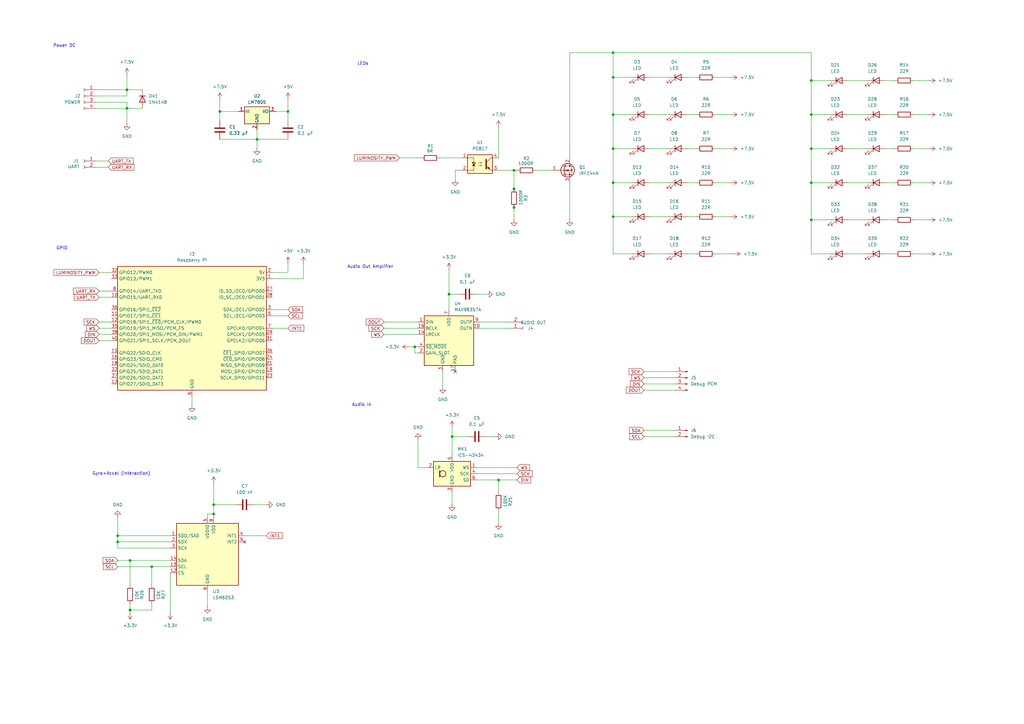
<source format=kicad_sch>
(kicad_sch (version 20250114) (generator "eeschema") (generator_version "9.0")
  (paper "A3")
  (text "Audio Out Amplifier" (at 151.892 109.474 0) (effects (font (size 1.27 1.27))))
  (text "Power DC" (at 26.416 18.796 0) (effects (font (size 1.27 1.27))))
  (text "Gyro+Accel (Interaction)" (at 49.784 194.31 0) (effects (font (size 1.27 1.27))))
  (text "Audio In" (at 148.336 166.116 0) (effects (font (size 1.27 1.27))))
  (text "LEDs" (at 148.844 26.162 0) (effects (font (size 1.27 1.27))))
  (text "GPIO" (at 25.4 101.854 0) (effects (font (size 1.27 1.27))))
  (junction (at 210.82 69.85))
  (junction (at 48.26 222.25))
  (junction (at 52.07 44.45))
  (junction (at 210.82 77.47))
  (junction (at 53.34 229.87))
  (junction (at 251.46 31.75))
  (junction (at 184.15 120.65))
  (junction (at 251.46 88.9))
  (junction (at 251.46 60.96))
  (junction (at 332.74 74.93))
  (junction (at 118.11 45.72))
  (junction (at 332.74 46.99))
  (junction (at 210.82 85.09))
  (junction (at 332.74 60.96))
  (junction (at 87.63 207.01))
  (junction (at 332.74 33.02))
  (junction (at 53.34 250.19))
  (junction (at 251.46 21.59))
  (junction (at 251.46 46.99))
  (junction (at 48.26 219.71))
  (junction (at 185.42 179.07))
  (junction (at 52.07 36.83))
  (junction (at 62.23 232.41))
  (junction (at 332.74 90.17))
  (junction (at 90.17 45.72))
  (junction (at 170.18 142.24))
  (junction (at 105.41 57.15))
  (junction (at 87.63 210.82))
  (junction (at 251.46 74.93))
  (junction (at 204.47 196.85))
  (no_connect (at 186.69 152.4))
  (no_connect (at 100.33 222.25))
  (wire (pts (xy 332.74 60.96) (xy 332.74 74.93)))
  (wire (pts (xy 264.16 154.94) (xy 276.86 154.94)))
  (wire (pts (xy 184.15 110.49) (xy 184.15 120.65)))
  (wire (pts (xy 186.69 69.85) (xy 189.23 69.85)))
  (wire (pts (xy 185.42 201.93) (xy 185.42 207.01)))
  (wire (pts (xy 204.47 52.07) (xy 204.47 64.77)))
  (wire (pts (xy 332.74 33.02) (xy 340.36 33.02)))
  (wire (pts (xy 195.58 194.31) (xy 212.09 194.31)))
  (wire (pts (xy 264.16 157.48) (xy 276.86 157.48)))
  (wire (pts (xy 363.22 90.17) (xy 367.03 90.17)))
  (wire (pts (xy 219.71 69.85) (xy 226.06 69.85)))
  (wire (pts (xy 48.26 229.87) (xy 53.34 229.87)))
  (wire (pts (xy 90.17 45.72) (xy 97.79 45.72)))
  (wire (pts (xy 52.07 44.45) (xy 52.07 50.8)))
  (wire (pts (xy 87.63 198.12) (xy 87.63 207.01)))
  (wire (pts (xy 374.65 90.17) (xy 381 90.17)))
  (wire (pts (xy 185.42 179.07) (xy 185.42 186.69)))
  (wire (pts (xy 332.74 60.96) (xy 340.36 60.96)))
  (wire (pts (xy 40.64 134.62) (xy 45.72 134.62)))
  (wire (pts (xy 347.98 33.02) (xy 355.6 33.02)))
  (wire (pts (xy 52.07 30.48) (xy 52.07 36.83)))
  (wire (pts (xy 104.14 207.01) (xy 109.22 207.01)))
  (wire (pts (xy 281.94 31.75) (xy 285.75 31.75)))
  (wire (pts (xy 293.37 104.14) (xy 300.99 104.14)))
  (wire (pts (xy 363.22 60.96) (xy 367.03 60.96)))
  (wire (pts (xy 259.08 88.9) (xy 251.46 88.9)))
  (wire (pts (xy 210.82 77.47) (xy 210.82 78.74)))
  (wire (pts (xy 167.64 142.24) (xy 170.18 142.24)))
  (wire (pts (xy 251.46 60.96) (xy 251.46 74.93)))
  (wire (pts (xy 111.76 111.76) (xy 118.11 111.76)))
  (wire (pts (xy 171.45 144.78) (xy 170.18 144.78)))
  (wire (pts (xy 170.18 142.24) (xy 171.45 142.24)))
  (wire (pts (xy 48.26 222.25) (xy 48.26 224.79)))
  (wire (pts (xy 293.37 88.9) (xy 299.72 88.9)))
  (wire (pts (xy 363.22 104.14) (xy 367.03 104.14)))
  (wire (pts (xy 332.74 46.99) (xy 332.74 60.96)))
  (wire (pts (xy 40.64 111.76) (xy 45.72 111.76)))
  (wire (pts (xy 363.22 46.99) (xy 367.03 46.99)))
  (wire (pts (xy 210.82 85.09) (xy 210.82 90.17)))
  (wire (pts (xy 259.08 31.75) (xy 251.46 31.75)))
  (wire (pts (xy 210.82 69.85) (xy 212.09 69.85)))
  (wire (pts (xy 251.46 74.93) (xy 251.46 88.9)))
  (wire (pts (xy 332.74 21.59) (xy 332.74 33.02)))
  (wire (pts (xy 39.37 41.91) (xy 52.07 41.91)))
  (wire (pts (xy 85.09 210.82) (xy 87.63 210.82)))
  (wire (pts (xy 62.23 250.19) (xy 53.34 250.19)))
  (wire (pts (xy 48.26 222.25) (xy 69.85 222.25)))
  (wire (pts (xy 264.16 152.4) (xy 276.86 152.4)))
  (wire (pts (xy 157.48 134.62) (xy 171.45 134.62)))
  (wire (pts (xy 281.94 46.99) (xy 285.75 46.99)))
  (wire (pts (xy 204.47 209.55) (xy 204.47 214.63)))
  (wire (pts (xy 210.82 83.82) (xy 210.82 85.09)))
  (wire (pts (xy 347.98 104.14) (xy 355.6 104.14)))
  (wire (pts (xy 374.65 74.93) (xy 381 74.93)))
  (wire (pts (xy 184.15 120.65) (xy 187.96 120.65)))
  (wire (pts (xy 40.64 121.92) (xy 45.72 121.92)))
  (wire (pts (xy 111.76 129.54) (xy 118.11 129.54)))
  (wire (pts (xy 259.08 74.93) (xy 251.46 74.93)))
  (wire (pts (xy 266.7 46.99) (xy 274.32 46.99)))
  (wire (pts (xy 40.64 119.38) (xy 45.72 119.38)))
  (wire (pts (xy 332.74 33.02) (xy 332.74 46.99)))
  (wire (pts (xy 281.94 104.14) (xy 285.75 104.14)))
  (wire (pts (xy 52.07 41.91) (xy 52.07 44.45)))
  (wire (pts (xy 264.16 160.02) (xy 276.86 160.02)))
  (wire (pts (xy 210.82 69.85) (xy 210.82 77.47)))
  (wire (pts (xy 251.46 21.59) (xy 251.46 31.75)))
  (wire (pts (xy 281.94 74.93) (xy 285.75 74.93)))
  (wire (pts (xy 118.11 45.72) (xy 118.11 49.53)))
  (wire (pts (xy 39.37 36.83) (xy 52.07 36.83)))
  (wire (pts (xy 48.26 224.79) (xy 69.85 224.79)))
  (wire (pts (xy 266.7 88.9) (xy 274.32 88.9)))
  (wire (pts (xy 69.85 234.95) (xy 69.85 251.46)))
  (wire (pts (xy 293.37 31.75) (xy 299.72 31.75)))
  (wire (pts (xy 374.65 60.96) (xy 381 60.96)))
  (wire (pts (xy 332.74 90.17) (xy 340.36 90.17)))
  (wire (pts (xy 264.16 179.07) (xy 276.86 179.07)))
  (wire (pts (xy 105.41 53.34) (xy 105.41 57.15)))
  (wire (pts (xy 62.23 232.41) (xy 69.85 232.41)))
  (wire (pts (xy 186.69 73.66) (xy 186.69 69.85)))
  (wire (pts (xy 105.41 57.15) (xy 118.11 57.15)))
  (wire (pts (xy 111.76 134.62) (xy 118.11 134.62)))
  (wire (pts (xy 332.74 90.17) (xy 332.74 104.14)))
  (wire (pts (xy 251.46 21.59) (xy 332.74 21.59)))
  (wire (pts (xy 332.74 46.99) (xy 340.36 46.99)))
  (wire (pts (xy 48.26 232.41) (xy 62.23 232.41)))
  (wire (pts (xy 100.33 219.71) (xy 109.22 219.71)))
  (wire (pts (xy 204.47 69.85) (xy 210.82 69.85)))
  (wire (pts (xy 195.58 191.77) (xy 212.09 191.77)))
  (wire (pts (xy 293.37 60.96) (xy 299.72 60.96)))
  (wire (pts (xy 185.42 179.07) (xy 191.77 179.07)))
  (wire (pts (xy 332.74 104.14) (xy 340.36 104.14)))
  (wire (pts (xy 85.09 242.57) (xy 85.09 248.92)))
  (wire (pts (xy 259.08 60.96) (xy 251.46 60.96)))
  (wire (pts (xy 266.7 104.14) (xy 274.32 104.14)))
  (wire (pts (xy 195.58 196.85) (xy 204.47 196.85)))
  (wire (pts (xy 39.37 44.45) (xy 52.07 44.45)))
  (wire (pts (xy 111.76 127) (xy 118.11 127)))
  (wire (pts (xy 48.26 212.09) (xy 48.26 219.71)))
  (wire (pts (xy 87.63 207.01) (xy 87.63 210.82)))
  (wire (pts (xy 251.46 88.9) (xy 251.46 104.14)))
  (wire (pts (xy 62.23 232.41) (xy 62.23 240.03)))
  (wire (pts (xy 40.64 139.7) (xy 45.72 139.7)))
  (wire (pts (xy 78.74 162.56) (xy 78.74 166.37)))
  (wire (pts (xy 347.98 46.99) (xy 355.6 46.99)))
  (wire (pts (xy 53.34 229.87) (xy 53.34 240.03)))
  (wire (pts (xy 374.65 46.99) (xy 381 46.99)))
  (wire (pts (xy 185.42 175.26) (xy 185.42 179.07)))
  (wire (pts (xy 90.17 40.64) (xy 90.17 45.72)))
  (wire (pts (xy 171.45 191.77) (xy 171.45 180.34)))
  (wire (pts (xy 266.7 60.96) (xy 274.32 60.96)))
  (wire (pts (xy 347.98 60.96) (xy 355.6 60.96)))
  (wire (pts (xy 281.94 88.9) (xy 285.75 88.9)))
  (wire (pts (xy 184.15 120.65) (xy 184.15 127)))
  (wire (pts (xy 363.22 33.02) (xy 367.03 33.02)))
  (wire (pts (xy 53.34 250.19) (xy 53.34 247.65)))
  (wire (pts (xy 48.26 219.71) (xy 69.85 219.71)))
  (wire (pts (xy 96.52 207.01) (xy 87.63 207.01)))
  (wire (pts (xy 196.85 132.08) (xy 209.55 132.08)))
  (wire (pts (xy 196.85 134.62) (xy 209.55 134.62)))
  (wire (pts (xy 85.09 212.09) (xy 85.09 210.82)))
  (wire (pts (xy 363.22 74.93) (xy 367.03 74.93)))
  (wire (pts (xy 170.18 144.78) (xy 170.18 142.24)))
  (wire (pts (xy 90.17 45.72) (xy 90.17 49.53)))
  (wire (pts (xy 40.64 137.16) (xy 45.72 137.16)))
  (wire (pts (xy 62.23 247.65) (xy 62.23 250.19)))
  (wire (pts (xy 53.34 251.46) (xy 53.34 250.19)))
  (wire (pts (xy 180.34 64.77) (xy 189.23 64.77)))
  (wire (pts (xy 293.37 74.93) (xy 299.72 74.93)))
  (wire (pts (xy 118.11 111.76) (xy 118.11 107.95)))
  (wire (pts (xy 266.7 74.93) (xy 274.32 74.93)))
  (wire (pts (xy 163.83 64.77) (xy 172.72 64.77)))
  (wire (pts (xy 374.65 33.02) (xy 381 33.02)))
  (wire (pts (xy 204.47 196.85) (xy 212.09 196.85)))
  (wire (pts (xy 204.47 196.85) (xy 204.47 201.93)))
  (wire (pts (xy 233.68 74.93) (xy 233.68 90.17)))
  (wire (pts (xy 251.46 31.75) (xy 251.46 46.99)))
  (wire (pts (xy 175.26 191.77) (xy 171.45 191.77)))
  (wire (pts (xy 157.48 137.16) (xy 171.45 137.16)))
  (wire (pts (xy 113.03 45.72) (xy 118.11 45.72)))
  (wire (pts (xy 332.74 74.93) (xy 340.36 74.93)))
  (wire (pts (xy 48.26 219.71) (xy 48.26 222.25)))
  (wire (pts (xy 199.39 179.07) (xy 203.2 179.07)))
  (wire (pts (xy 105.41 57.15) (xy 105.41 60.96)))
  (wire (pts (xy 332.74 74.93) (xy 332.74 90.17)))
  (wire (pts (xy 266.7 31.75) (xy 274.32 31.75)))
  (wire (pts (xy 374.65 104.14) (xy 381 104.14)))
  (wire (pts (xy 39.37 68.58) (xy 44.45 68.58)))
  (wire (pts (xy 264.16 176.53) (xy 276.86 176.53)))
  (wire (pts (xy 39.37 39.37) (xy 52.07 39.37)))
  (wire (pts (xy 233.68 21.59) (xy 233.68 64.77)))
  (wire (pts (xy 259.08 46.99) (xy 251.46 46.99)))
  (wire (pts (xy 347.98 90.17) (xy 355.6 90.17)))
  (wire (pts (xy 39.37 66.04) (xy 44.45 66.04)))
  (wire (pts (xy 52.07 36.83) (xy 58.42 36.83)))
  (wire (pts (xy 233.68 21.59) (xy 251.46 21.59)))
  (wire (pts (xy 251.46 46.99) (xy 251.46 60.96)))
  (wire (pts (xy 195.58 120.65) (xy 199.39 120.65)))
  (wire (pts (xy 40.64 132.08) (xy 45.72 132.08)))
  (wire (pts (xy 281.94 60.96) (xy 285.75 60.96)))
  (wire (pts (xy 53.34 229.87) (xy 69.85 229.87)))
  (wire (pts (xy 293.37 46.99) (xy 299.72 46.99)))
  (wire (pts (xy 124.46 114.3) (xy 124.46 107.95)))
  (wire (pts (xy 87.63 210.82) (xy 87.63 212.09)))
  (wire (pts (xy 90.17 57.15) (xy 105.41 57.15)))
  (wire (pts (xy 251.46 104.14) (xy 259.08 104.14)))
  (wire (pts (xy 181.61 152.4) (xy 181.61 158.75)))
  (wire (pts (xy 111.76 114.3) (xy 124.46 114.3)))
  (wire (pts (xy 157.48 132.08) (xy 171.45 132.08)))
  (wire (pts (xy 52.07 44.45) (xy 58.42 44.45)))
  (wire (pts (xy 347.98 74.93) (xy 355.6 74.93)))
  (wire (pts (xy 52.07 36.83) (xy 52.07 39.37)))
  (wire (pts (xy 118.11 40.64) (xy 118.11 45.72)))
  (global_label "SDA" (shape input) (at 48.26 229.87 180) (property "Intersheetrefs" "${INTERSHEET_REFS}" (effects (hide yes))))
  (global_label "DIN" (shape input) (at 264.16 157.48 180) (property "Intersheetrefs" "${INTERSHEET_REFS}" (effects (hide yes))))
  (global_label "SCK" (shape input) (at 264.16 152.4 180) (property "Intersheetrefs" "${INTERSHEET_REFS}" (effects (hide yes))))
  (global_label "SDA" (shape input) (at 264.16 176.53 180) (property "Intersheetrefs" "${INTERSHEET_REFS}" (effects (hide yes))))
  (global_label "SCK" (shape input) (at 40.64 132.08 180) (property "Intersheetrefs" "${INTERSHEET_REFS}" (effects (hide yes))))
  (global_label "SCL" (shape input) (at 118.11 129.54 0) (property "Intersheetrefs" "${INTERSHEET_REFS}" (effects (hide yes))))
  (global_label "SDA" (shape input) (at 118.11 127 0) (property "Intersheetrefs" "${INTERSHEET_REFS}" (effects (hide yes))))
  (global_label "DIN" (shape input) (at 40.64 137.16 180) (property "Intersheetrefs" "${INTERSHEET_REFS}" (effects (hide yes))))
  (global_label "DOUT" (shape input) (at 157.48 132.08 180) (property "Intersheetrefs" "${INTERSHEET_REFS}" (effects (hide yes))))
  (global_label "UART_RX" (shape input) (at 40.64 119.38 180) (property "Intersheetrefs" "${INTERSHEET_REFS}" (effects (hide yes))))
  (global_label "SCK" (shape input) (at 157.48 134.62 180) (property "Intersheetrefs" "${INTERSHEET_REFS}" (effects (hide yes))))
  (global_label "WS" (shape input) (at 264.16 154.94 180) (property "Intersheetrefs" "${INTERSHEET_REFS}" (effects (hide yes))))
  (global_label "LUMINOSITY_PWM" (shape input) (at 40.64 111.76 180) (property "Intersheetrefs" "${INTERSHEET_REFS}" (effects (hide yes))))
  (global_label "UART_RX" (shape input) (at 44.45 68.58 0) (property "Intersheetrefs" "${INTERSHEET_REFS}" (effects (hide yes))))
  (global_label "LUMINOSITY_PWM" (shape input) (at 163.83 64.77 180) (property "Intersheetrefs" "${INTERSHEET_REFS}" (effects (hide yes))))
  (global_label "DIN" (shape input) (at 212.09 196.85 0) (property "Intersheetrefs" "${INTERSHEET_REFS}" (effects (hide yes))))
  (global_label "WS" (shape input) (at 212.09 191.77 0) (property "Intersheetrefs" "${INTERSHEET_REFS}" (effects (hide yes))))
  (global_label "UART_TX" (shape input) (at 40.64 121.92 180) (property "Intersheetrefs" "${INTERSHEET_REFS}" (effects (hide yes))))
  (global_label "SCK" (shape input) (at 212.09 194.31 0) (property "Intersheetrefs" "${INTERSHEET_REFS}" (effects (hide yes))))
  (global_label "DOUT" (shape input) (at 264.16 160.02 180) (property "Intersheetrefs" "${INTERSHEET_REFS}" (effects (hide yes))))
  (global_label "SCL" (shape input) (at 264.16 179.07 180) (property "Intersheetrefs" "${INTERSHEET_REFS}" (effects (hide yes))))
  (global_label "SCL" (shape input) (at 48.26 232.41 180) (property "Intersheetrefs" "${INTERSHEET_REFS}" (effects (hide yes))))
  (global_label "WS" (shape input) (at 157.48 137.16 180) (property "Intersheetrefs" "${INTERSHEET_REFS}" (effects (hide yes))))
  (global_label "INT1" (shape input) (at 118.11 134.62 0) (property "Intersheetrefs" "${INTERSHEET_REFS}" (effects (hide yes))))
  (global_label "DOUT" (shape input) (at 40.64 139.7 180) (property "Intersheetrefs" "${INTERSHEET_REFS}" (effects (hide yes))))
  (global_label "INT1" (shape input) (at 109.22 219.71 0) (property "Intersheetrefs" "${INTERSHEET_REFS}" (effects (hide yes))))
  (global_label "UART_TX" (shape input) (at 44.45 66.04 0) (property "Intersheetrefs" "${INTERSHEET_REFS}" (effects (hide yes))))
  (global_label "WS" (shape input) (at 40.64 134.62 180) (property "Intersheetrefs" "${INTERSHEET_REFS}" (effects (hide yes))))
  (symbol (lib_id "Device:LED") (at 359.41 60.96 0) (unit 1)
    (property "Reference" "D29" (at 357.8225 54.61 0))
    (property "Value" "LED" (at 357.8225 57.15 0))
    (property "Footprint" "LED_SMD:LED_PLCC_2835" (effects (hide yes)))
    (property "Description" "Light emitting diode" (effects (hide yes)))
    (property "Sim.Pins" "1=K 2=A" (effects (hide yes)))
  )
  (symbol (lib_id "Device:R") (at 176.53 64.77 270) (unit 1)
    (property "Reference" "R1" (at 176.53 59.944 90))
    (property "Value" "9R" (at 176.276 61.976 90))
    (property "Footprint" "Resistor_THT:R_Axial_DIN0207_L6.3mm_D2.5mm_P10.16mm_Horizontal" (effects (hide yes)))
    (property "Description" "Resistor" (effects (hide yes)))
  )
  (symbol (lib_id "power:+7.5V") (at 299.72 88.9 270) (unit 1)
    (property "Reference" "#PWR013" (effects (hide yes)))
    (property "Value" "+7.5V" (at 303.53 88.8999 90) (effects (justify left)))
    (property "Description" "Power symbol creates a global label with name \"+7.5V\"" (effects (hide yes)))
  )
  (symbol (lib_id "power:GND") (at 210.82 90.17 0) (unit 1)
    (property "Reference" "#PWR04" (effects (hide yes)))
    (property "Value" "GND" (at 210.82 95.25 0))
    (property "Description" "Power symbol creates a global label with name \"GND\" , ground" (effects (hide yes)))
  )
  (symbol (lib_id "Sensor_Audio:ICS-43434") (at 185.42 194.31 0) (unit 1)
    (property "Reference" "MK1" (at 187.5633 184.15 0) (effects (justify left)))
    (property "Value" "ICS-43434" (at 187.5633 186.69 0) (effects (justify left)))
    (property "Footprint" "Sensor_Audio:Knowles_LGA-6_4.72x3.76mm" (effects (hide yes)))
    (property "Datasheet" "https://www.invensense.com/wp-content/uploads/2016/02/DS-000069-ICS-43434-v1.2.pdf" (effects (hide yes)))
    (property "Description" "TDK InvenSense MEMS Microphone, 24-bit I2S, 65 dBA SNR, LGA-6" (effects (hide yes)))
  )
  (symbol (lib_id "Device:LED") (at 262.89 31.75 0) (unit 1)
    (property "Reference" "D3" (at 261.3025 25.4 0))
    (property "Value" "LED" (at 261.3025 27.94 0))
    (property "Footprint" "LED_SMD:LED_PLCC_2835" (effects (hide yes)))
    (property "Description" "Light emitting diode" (effects (hide yes)))
    (property "Sim.Pins" "1=K 2=A" (effects (hide yes)))
  )
  (symbol (lib_id "Device:R") (at 289.56 31.75 90) (unit 1)
    (property "Reference" "R5" (at 289.56 25.4 90))
    (property "Value" "22R" (at 289.56 27.94 90))
    (property "Footprint" "Resistor_THT:R_Axial_DIN0207_L6.3mm_D2.5mm_P10.16mm_Horizontal" (effects (hide yes)))
    (property "Description" "Resistor" (effects (hide yes)))
  )
  (symbol (lib_id "Device:LED") (at 359.41 90.17 0) (unit 1)
    (property "Reference" "D38" (at 357.8225 83.82 0))
    (property "Value" "LED" (at 357.8225 86.36 0))
    (property "Footprint" "LED_SMD:LED_PLCC_2835" (effects (hide yes)))
    (property "Description" "Light emitting diode" (effects (hide yes)))
    (property "Sim.Pins" "1=K 2=A" (effects (hide yes)))
  )
  (symbol (lib_id "power:+7.5V") (at 381 60.96 270) (unit 1)
    (property "Reference" "#PWR019" (effects (hide yes)))
    (property "Value" "+7.5V" (at 384.81 60.9599 90) (effects (justify left)))
    (property "Description" "Power symbol creates a global label with name \"+7.5V\"" (effects (hide yes)))
  )
  (symbol (lib_id "Device:LED") (at 278.13 60.96 0) (unit 1)
    (property "Reference" "D8" (at 276.5425 54.61 0))
    (property "Value" "LED" (at 276.5425 57.15 0))
    (property "Footprint" "LED_SMD:LED_PLCC_2835" (effects (hide yes)))
    (property "Description" "Light emitting diode" (effects (hide yes)))
    (property "Sim.Pins" "1=K 2=A" (effects (hide yes)))
  )
  (symbol (lib_id "power:GND") (at 109.22 207.01 90) (unit 1)
    (property "Reference" "#PWR048" (effects (hide yes)))
    (property "Value" "GND" (at 113.03 207.0099 90) (effects (justify right)))
    (property "Description" "Power symbol creates a global label with name \"GND\" , ground" (effects (hide yes)))
  )
  (symbol (lib_id "Device:R") (at 370.84 104.14 90) (unit 1)
    (property "Reference" "R22" (at 370.84 97.79 90))
    (property "Value" "22R" (at 370.84 100.33 90))
    (property "Footprint" "Resistor_THT:R_Axial_DIN0207_L6.3mm_D2.5mm_P10.16mm_Horizontal" (effects (hide yes)))
    (property "Description" "Resistor" (effects (hide yes)))
  )
  (symbol (lib_id "Device:LED") (at 278.13 31.75 0) (unit 1)
    (property "Reference" "D4" (at 276.5425 25.4 0))
    (property "Value" "LED" (at 276.5425 27.94 0))
    (property "Footprint" "LED_SMD:LED_PLCC_2835" (effects (hide yes)))
    (property "Description" "Light emitting diode" (effects (hide yes)))
    (property "Sim.Pins" "1=K 2=A" (effects (hide yes)))
  )
  (symbol (lib_id "Isolator:PC817") (at 196.85 67.31 0) (unit 1)
    (property "Reference" "U1" (at 196.85 58.42 0))
    (property "Value" "PC817" (at 196.85 60.96 0))
    (property "Footprint" "Package_DIP:DIP-4_W7.62mm" (effects (hide yes)))
    (property "Datasheet" "http://www.soselectronic.cz/a_info/resource/d/pc817.pdf" (effects (hide yes)))
    (property "Description" "DC Optocoupler, Vce 35V, CTR 50-300%, DIP-4" (effects (hide yes)))
  )
  (symbol (lib_id "Device:LED") (at 262.89 46.99 0) (unit 1)
    (property "Reference" "D5" (at 261.3025 40.64 0))
    (property "Value" "LED" (at 261.3025 43.18 0))
    (property "Footprint" "LED_SMD:LED_PLCC_2835" (effects (hide yes)))
    (property "Description" "Light emitting diode" (effects (hide yes)))
    (property "Sim.Pins" "1=K 2=A" (effects (hide yes)))
  )
  (symbol (lib_id "power:GND") (at 85.09 248.92 0) (unit 1)
    (property "Reference" "#PWR047" (effects (hide yes)))
    (property "Value" "GND" (at 85.09 254 0))
    (property "Description" "Power symbol creates a global label with name \"GND\" , ground" (effects (hide yes)))
  )
  (symbol (lib_id "power:GND") (at 203.2 179.07 90) (unit 1)
    (property "Reference" "#PWR040" (effects (hide yes)))
    (property "Value" "GND" (at 207.01 179.0699 90) (effects (justify right)))
    (property "Description" "Power symbol creates a global label with name \"GND\" , ground" (effects (hide yes)))
  )
  (symbol (lib_id "Device:LED") (at 344.17 33.02 0) (unit 1)
    (property "Reference" "D21" (at 342.5825 26.67 0))
    (property "Value" "LED" (at 342.5825 29.21 0))
    (property "Footprint" "LED_SMD:LED_PLCC_2835" (effects (hide yes)))
    (property "Description" "Light emitting diode" (effects (hide yes)))
    (property "Sim.Pins" "1=K 2=A" (effects (hide yes)))
  )
  (symbol (lib_id "Device:R") (at 370.84 74.93 90) (unit 1)
    (property "Reference" "R20" (at 370.84 68.58 90))
    (property "Value" "22R" (at 370.84 71.12 90))
    (property "Footprint" "Resistor_THT:R_Axial_DIN0207_L6.3mm_D2.5mm_P10.16mm_Horizontal" (effects (hide yes)))
    (property "Description" "Resistor" (effects (hide yes)))
  )
  (symbol (lib_id "power:+5V") (at 118.11 40.64 0) (unit 1)
    (property "Reference" "#PWR029" (effects (hide yes)))
    (property "Value" "+5V" (at 118.11 35.56 0))
    (property "Description" "Power symbol creates a global label with name \"+5V\"" (effects (hide yes)))
  )
  (symbol (lib_id "Device:R") (at 370.84 60.96 90) (unit 1)
    (property "Reference" "R17" (at 370.84 54.61 90))
    (property "Value" "22R" (at 370.84 57.15 90))
    (property "Footprint" "Resistor_THT:R_Axial_DIN0207_L6.3mm_D2.5mm_P10.16mm_Horizontal" (effects (hide yes)))
    (property "Description" "Resistor" (effects (hide yes)))
  )
  (symbol (lib_id "Device:LED") (at 262.89 104.14 0) (unit 1)
    (property "Reference" "D17" (at 261.3025 97.79 0))
    (property "Value" "LED" (at 261.3025 100.33 0))
    (property "Footprint" "LED_SMD:LED_PLCC_2835" (effects (hide yes)))
    (property "Description" "Light emitting diode" (effects (hide yes)))
    (property "Sim.Pins" "1=K 2=A" (effects (hide yes)))
  )
  (symbol (lib_id "power:GND") (at 233.68 90.17 0) (unit 1)
    (property "Reference" "#PWR05" (effects (hide yes)))
    (property "Value" "GND" (at 233.68 95.25 0))
    (property "Description" "Power symbol creates a global label with name \"GND\" , ground" (effects (hide yes)))
  )
  (symbol (lib_id "power:+3.3V") (at 53.34 251.46 0) (mirror x) (unit 1)
    (property "Reference" "#PWR033" (effects (hide yes)))
    (property "Value" "+3.3V" (at 53.34 256.54 0))
    (property "Description" "Power symbol creates a global label with name \"+3.3V\"" (effects (hide yes)))
  )
  (symbol (lib_id "Device:R") (at 289.56 88.9 90) (unit 1)
    (property "Reference" "R11" (at 289.56 82.55 90))
    (property "Value" "22R" (at 289.56 85.09 90))
    (property "Footprint" "Resistor_THT:R_Axial_DIN0207_L6.3mm_D2.5mm_P10.16mm_Horizontal" (effects (hide yes)))
    (property "Description" "Resistor" (effects (hide yes)))
  )
  (symbol (lib_id "Device:LED") (at 344.17 60.96 0) (unit 1)
    (property "Reference" "D24" (at 342.5825 54.61 0))
    (property "Value" "LED" (at 342.5825 57.15 0))
    (property "Footprint" "LED_SMD:LED_PLCC_2835" (effects (hide yes)))
    (property "Description" "Light emitting diode" (effects (hide yes)))
    (property "Sim.Pins" "1=K 2=A" (effects (hide yes)))
  )
  (symbol (lib_id "Device:R") (at 370.84 90.17 90) (unit 1)
    (property "Reference" "R21" (at 370.84 83.82 90))
    (property "Value" "22R" (at 370.84 86.36 90))
    (property "Footprint" "Resistor_THT:R_Axial_DIN0207_L6.3mm_D2.5mm_P10.16mm_Horizontal" (effects (hide yes)))
    (property "Description" "Resistor" (effects (hide yes)))
  )
  (symbol (lib_id "Device:C") (at 191.77 120.65 90) (unit 1)
    (property "Reference" "C6" (at 191.77 113.03 90))
    (property "Value" "0.1 μF" (at 191.77 115.57 90))
    (property "Footprint" "Capacitor_THT:C_Radial_D4.0mm_H7.0mm_P1.50mm" (effects (hide yes)))
    (property "Description" "Unpolarized capacitor" (effects (hide yes)))
  )
  (symbol (lib_id "power:GND") (at 171.45 180.34 180) (unit 1)
    (property "Reference" "#PWR041" (effects (hide yes)))
    (property "Value" "GND" (at 171.45 175.26 0))
    (property "Description" "Power symbol creates a global label with name \"GND\" , ground" (effects (hide yes)))
  )
  (symbol (lib_id "power:+7.5V") (at 204.47 52.07 0) (unit 1)
    (property "Reference" "#PWR03" (effects (hide yes)))
    (property "Value" "+7.5V" (at 204.47 46.99 0))
    (property "Description" "Power symbol creates a global label with name \"+7.5V\"" (effects (hide yes)))
  )
  (symbol (lib_id "power:+3.3V") (at 185.42 175.26 0) (unit 1)
    (property "Reference" "#PWR038" (effects (hide yes)))
    (property "Value" "+3.3V" (at 185.42 170.18 0))
    (property "Description" "Power symbol creates a global label with name \"+3.3V\"" (effects (hide yes)))
  )
  (symbol (lib_id "Device:R") (at 289.56 46.99 90) (unit 1)
    (property "Reference" "R6" (at 289.56 40.64 90))
    (property "Value" "22R" (at 289.56 43.18 90))
    (property "Footprint" "Resistor_THT:R_Axial_DIN0207_L6.3mm_D2.5mm_P10.16mm_Horizontal" (effects (hide yes)))
    (property "Description" "Resistor" (effects (hide yes)))
  )
  (symbol (lib_id "Device:C") (at 100.33 207.01 90) (unit 1)
    (property "Reference" "C7" (at 100.33 199.39 90))
    (property "Value" "100 nF" (at 100.33 201.93 90))
    (property "Footprint" "Capacitor_THT:C_Radial_D4.0mm_H7.0mm_P1.50mm" (effects (hide yes)))
    (property "Description" "Unpolarized capacitor" (effects (hide yes)))
  )
  (symbol (lib_id "power:+7.5V") (at 52.07 30.48 0) (unit 1)
    (property "Reference" "#PWR01" (effects (hide yes)))
    (property "Value" "+7.5V" (at 52.07 25.4 0))
    (property "Description" "Power symbol creates a global label with name \"+7.5V\"" (effects (hide yes)))
  )
  (symbol (lib_id "Device:C") (at 195.58 179.07 90) (unit 1)
    (property "Reference" "C5" (at 195.58 171.45 90))
    (property "Value" "0.1 μF" (at 195.58 173.99 90))
    (property "Footprint" "Capacitor_THT:C_Radial_D4.0mm_H7.0mm_P1.50mm" (effects (hide yes)))
    (property "Description" "Unpolarized capacitor" (effects (hide yes)))
  )
  (symbol (lib_id "power:GND") (at 185.42 207.01 0) (unit 1)
    (property "Reference" "#PWR039" (effects (hide yes)))
    (property "Value" "GND" (at 185.42 212.09 0))
    (property "Description" "Power symbol creates a global label with name \"GND\" , ground" (effects (hide yes)))
  )
  (symbol (lib_id "Device:R") (at 289.56 74.93 90) (unit 1)
    (property "Reference" "R10" (at 289.56 68.58 90))
    (property "Value" "22R" (at 289.56 71.12 90))
    (property "Footprint" "Resistor_THT:R_Axial_DIN0207_L6.3mm_D2.5mm_P10.16mm_Horizontal" (effects (hide yes)))
    (property "Description" "Resistor" (effects (hide yes)))
  )
  (symbol (lib_id "power:+3.3V") (at 184.15 110.49 0) (unit 1)
    (property "Reference" "#PWR043" (effects (hide yes)))
    (property "Value" "+3.3V" (at 184.15 105.41 0))
    (property "Description" "Power symbol creates a global label with name \"+3.3V\"" (effects (hide yes)))
  )
  (symbol (lib_id "Device:C") (at 118.11 53.34 0) (unit 1)
    (property "Reference" "C2" (at 121.92 52.0699 0) (effects (justify left)))
    (property "Value" "0.1 μF" (at 121.92 54.6099 0) (effects (justify left)))
    (property "Footprint" "Capacitor_THT:C_Radial_D4.0mm_H7.0mm_P1.50mm" (effects (hide yes)))
    (property "Description" "Unpolarized capacitor" (effects (hide yes)))
  )
  (symbol (lib_id "Device:C") (at 90.17 53.34 0) (unit 1)
    (property "Reference" "C1" (at 93.98 52.0699 0) (effects (justify left)))
    (property "Value" "0.33 μF" (at 93.98 54.6099 0) (effects (justify left)))
    (property "Footprint" "Capacitor_THT:C_Radial_D4.0mm_H7.0mm_P1.50mm" (effects (hide yes)))
    (property "Description" "Unpolarized capacitor" (effects (hide yes)))
  )
  (symbol (lib_id "power:+3.3V") (at 124.46 107.95 0) (unit 1)
    (property "Reference" "#PWR032" (effects (hide yes)))
    (property "Value" "+3.3V" (at 124.46 102.87 0))
    (property "Description" "Power symbol creates a global label with name \"+3.3V\"" (effects (hide yes)))
  )
  (symbol (lib_id "power:+7.5V") (at 381 104.14 270) (unit 1)
    (property "Reference" "#PWR024" (effects (hide yes)))
    (property "Value" "+7.5V" (at 384.81 104.1399 90) (effects (justify left)))
    (property "Description" "Power symbol creates a global label with name \"+7.5V\"" (effects (hide yes)))
  )
  (symbol (lib_id "power:GND") (at 52.07 50.8 0) (unit 1)
    (property "Reference" "#PWR02" (effects (hide yes)))
    (property "Value" "GND" (at 52.07 55.88 0))
    (property "Description" "Power symbol creates a global label with name \"GND\" , ground" (effects (hide yes)))
  )
  (symbol (lib_id "Transistor_FET:IRLZ44N") (at 231.14 69.85 0) (unit 1)
    (property "Reference" "Q1" (at 237.49 68.5799 0) (effects (justify left)))
    (property "Value" "IRFZ44N" (at 237.49 71.1199 0) (effects (justify left)))
    (property "Footprint" "Package_TO_SOT_THT:TO-220-3_Horizontal_TabDown" (effects (hide yes)))
    (property "Datasheet" "http://www.irf.com/product-info/datasheets/data/irlz44n.pdf" (effects (hide yes)))
    (property "Description" "47A Id, 55V Vds, 22mOhm Rds Single N-Channel HEXFET Power MOSFET, TO-220AB" (effects (hide yes)))
  )
  (symbol (lib_id "Device:LED") (at 262.89 74.93 0) (unit 1)
    (property "Reference" "D13" (at 261.3025 68.58 0))
    (property "Value" "LED" (at 261.3025 71.12 0))
    (property "Footprint" "LED_SMD:LED_PLCC_2835" (effects (hide yes)))
    (property "Description" "Light emitting diode" (effects (hide yes)))
    (property "Sim.Pins" "1=K 2=A" (effects (hide yes)))
  )
  (symbol (lib_id "Device:R") (at 289.56 104.14 90) (unit 1)
    (property "Reference" "R12" (at 289.56 97.79 90))
    (property "Value" "22R" (at 289.56 100.33 90))
    (property "Footprint" "Resistor_THT:R_Axial_DIN0207_L6.3mm_D2.5mm_P10.16mm_Horizontal" (effects (hide yes)))
    (property "Description" "Resistor" (effects (hide yes)))
  )
  (symbol (lib_id "Regulator_Linear:LM7805_TO220") (at 105.41 45.72 0) (unit 1)
    (property "Reference" "U2" (at 105.41 39.37 0))
    (property "Value" "LM7805" (at 105.41 41.91 0))
    (property "Footprint" "Package_TO_SOT_THT:TO-220-3_Horizontal_TabDown" (effects (hide yes)))
    (property "Datasheet" "https://www.onsemi.cn/PowerSolutions/document/MC7800-D.PDF" (effects (hide yes)))
    (property "Description" "Positive 1A 35V Linear Regulator, Fixed Output 5V, TO-220" (effects (hide yes)))
  )
  (symbol (lib_id "Connector:Conn_01x02_Socket") (at 34.29 66.04 0) (mirror y) (unit 1)
    (property "Reference" "J1" (at 31.242 66.04 0))
    (property "Value" "UART" (at 30.226 68.326 0))
    (property "Footprint" "Connector_JST:JST_XH_B2B-XH-A_1x02_P2.50mm_Vertical" (effects (hide yes)))
    (property "Description" "Generic connector, single row, 01x02, script generated" (effects (hide yes)))
  )
  (symbol (lib_id "Audio:MAX98357A") (at 184.15 139.7 0) (unit 1)
    (property "Reference" "U4" (at 186.2933 124.46 0) (effects (justify left)))
    (property "Value" "MAX98357A" (at 186.2933 127 0) (effects (justify left)))
    (property "Footprint" "Package_DFN_QFN:TQFN-16-1EP_3x3mm_P0.5mm_EP1.23x1.23mm" (effects (hide yes)))
    (property "Datasheet" "https://www.analog.com/media/en/technical-documentation/data-sheets/MAX98357A-MAX98357B.pdf" (effects (hide yes)))
    (property "Description" "Mono DAC with amplifier, I2S, PCM, TDM, 32-bit, 96khz, 3.2W, TQFP-16" (effects (hide yes)))
  )
  (symbol (lib_id "power:+7.5V") (at 381 74.93 270) (unit 1)
    (property "Reference" "#PWR022" (effects (hide yes)))
    (property "Value" "+7.5V" (at 384.81 74.9299 90) (effects (justify left)))
    (property "Description" "Power symbol creates a global label with name \"+7.5V\"" (effects (hide yes)))
  )
  (symbol (lib_id "Device:R") (at 53.34 243.84 0) (mirror y) (unit 1)
    (property "Reference" "R26" (at 58.166 243.84 90))
    (property "Value" "10K" (at 56.134 244.094 90))
    (property "Footprint" "Resistor_THT:R_Axial_DIN0207_L6.3mm_D2.5mm_P10.16mm_Horizontal" (effects (hide yes)))
    (property "Description" "Resistor" (effects (hide yes)))
  )
  (symbol (lib_id "Device:R") (at 370.84 33.02 90) (unit 1)
    (property "Reference" "R14" (at 370.84 26.67 90))
    (property "Value" "22R" (at 370.84 29.21 90))
    (property "Footprint" "Resistor_THT:R_Axial_DIN0207_L6.3mm_D2.5mm_P10.16mm_Horizontal" (effects (hide yes)))
    (property "Description" "Resistor" (effects (hide yes)))
  )
  (symbol (lib_id "power:+7.5V") (at 90.17 40.64 0) (unit 1)
    (property "Reference" "#PWR028" (effects (hide yes)))
    (property "Value" "+7.5V" (at 90.17 35.56 0))
    (property "Description" "Power symbol creates a global label with name \"+7.5V\"" (effects (hide yes)))
  )
  (symbol (lib_id "power:+7.5V") (at 381 90.17 270) (unit 1)
    (property "Reference" "#PWR023" (effects (hide yes)))
    (property "Value" "+7.5V" (at 384.81 90.1699 90) (effects (justify left)))
    (property "Description" "Power symbol creates a global label with name \"+7.5V\"" (effects (hide yes)))
  )
  (symbol (lib_id "power:+3.3V") (at 167.64 142.24 90) (unit 1)
    (property "Reference" "#PWR045" (effects (hide yes)))
    (property "Value" "+3.3V" (at 163.83 142.2399 90) (effects (justify left)))
    (property "Description" "Power symbol creates a global label with name \"+3.3V\"" (effects (hide yes)))
  )
  (symbol (lib_id "power:+7.5V") (at 299.72 46.99 270) (unit 1)
    (property "Reference" "#PWR08" (effects (hide yes)))
    (property "Value" "+7.5V" (at 303.53 46.9899 90) (effects (justify left)))
    (property "Description" "Power symbol creates a global label with name \"+7.5V\"" (effects (hide yes)))
  )
  (symbol (lib_id "Device:LED") (at 359.41 104.14 0) (unit 1)
    (property "Reference" "D39" (at 357.8225 97.79 0))
    (property "Value" "LED" (at 357.8225 100.33 0))
    (property "Footprint" "LED_SMD:LED_PLCC_2835" (effects (hide yes)))
    (property "Description" "Light emitting diode" (effects (hide yes)))
    (property "Sim.Pins" "1=K 2=A" (effects (hide yes)))
  )
  (symbol (lib_id "power:GND") (at 186.69 73.66 0) (unit 1)
    (property "Reference" "#PWR026" (effects (hide yes)))
    (property "Value" "GND" (at 186.69 78.74 0))
    (property "Description" "Power symbol creates a global label with name \"GND\" , ground" (effects (hide yes)))
  )
  (symbol (lib_id "Device:LED") (at 262.89 60.96 0) (unit 1)
    (property "Reference" "D7" (at 261.3025 54.61 0))
    (property "Value" "LED" (at 261.3025 57.15 0))
    (property "Footprint" "LED_SMD:LED_PLCC_2835" (effects (hide yes)))
    (property "Description" "Light emitting diode" (effects (hide yes)))
    (property "Sim.Pins" "1=K 2=A" (effects (hide yes)))
  )
  (symbol (lib_id "Connector:Conn_01x02_Socket") (at 214.63 134.62 0) (mirror x) (unit 1)
    (property "Reference" "J4" (at 217.678 134.62 0))
    (property "Value" "AUDIO OUT" (at 218.694 132.334 0))
    (property "Footprint" "Connector_JST:JST_XH_B2B-XH-A_1x02_P2.50mm_Vertical" (effects (hide yes)))
    (property "Description" "Generic connector, single row, 01x02, script generated" (effects (hide yes)))
  )
  (symbol (lib_id "power:GND") (at 204.47 214.63 0) (unit 1)
    (property "Reference" "#PWR042" (effects (hide yes)))
    (property "Value" "GND" (at 204.47 219.71 0))
    (property "Description" "Power symbol creates a global label with name \"GND\" , ground" (effects (hide yes)))
  )
  (symbol (lib_id "power:+7.5V") (at 299.72 74.93 270) (unit 1)
    (property "Reference" "#PWR012" (effects (hide yes)))
    (property "Value" "+7.5V" (at 303.53 74.9299 90) (effects (justify left)))
    (property "Description" "Power symbol creates a global label with name \"+7.5V\"" (effects (hide yes)))
  )
  (symbol (lib_id "power:+7.5V") (at 381 46.99 270) (unit 1)
    (property "Reference" "#PWR018" (effects (hide yes)))
    (property "Value" "+7.5V" (at 384.81 46.9899 90) (effects (justify left)))
    (property "Description" "Power symbol creates a global label with name \"+7.5V\"" (effects (hide yes)))
  )
  (symbol (lib_id "Diode:1N4148") (at 58.42 40.64 270) (unit 1)
    (property "Reference" "D41" (at 60.96 39.3699 90) (effects (justify left)))
    (property "Value" "1N4148" (at 60.96 41.9099 90) (effects (justify left)))
    (property "Footprint" "Diode_THT:D_DO-35_SOD27_P7.62mm_Horizontal" (effects (hide yes)))
    (property "Datasheet" "https://assets.nexperia.com/documents/data-sheet/1N4148_1N4448.pdf" (effects (hide yes)))
    (property "Description" "100V 0.15A standard switching diode, DO-35" (effects (hide yes)))
    (property "Sim.Device" "D" (effects (hide yes)))
    (property "Sim.Pins" "1=K 2=A" (effects (hide yes)))
  )
  (symbol (lib_id "Connector:Raspberry_Pi_4") (at 78.74 134.62 0) (unit 1)
    (property "Reference" "J3" (at 78.74 104.14 0))
    (property "Value" "Raspberry Pi" (at 78.74 106.68 0))
    (property "Footprint" "Connector_PinSocket_2.54mm:PinSocket_2x20_P2.54mm_Vertical" (effects (hide yes)))
    (property "Datasheet" "https://datasheets.raspberrypi.com/rpi4/raspberry-pi-4-datasheet.pdf" (effects (hide yes)))
    (property "Description" "Raspberry Pi 4 Model B" (effects (hide yes)))
  )
  (symbol (lib_id "Device:LED") (at 359.41 46.99 0) (unit 1)
    (property "Reference" "D28" (at 357.8225 40.64 0))
    (property "Value" "LED" (at 357.8225 43.18 0))
    (property "Footprint" "LED_SMD:LED_PLCC_2835" (effects (hide yes)))
    (property "Description" "Light emitting diode" (effects (hide yes)))
    (property "Sim.Pins" "1=K 2=A" (effects (hide yes)))
  )
  (symbol (lib_id "Device:R") (at 62.23 243.84 0) (mirror y) (unit 1)
    (property "Reference" "R27" (at 67.056 243.84 90))
    (property "Value" "10K" (at 65.024 244.094 90))
    (property "Footprint" "Resistor_THT:R_Axial_DIN0207_L6.3mm_D2.5mm_P10.16mm_Horizontal" (effects (hide yes)))
    (property "Description" "Resistor" (effects (hide yes)))
  )
  (symbol (lib_id "Device:LED") (at 278.13 74.93 0) (unit 1)
    (property "Reference" "D14" (at 276.5425 68.58 0))
    (property "Value" "LED" (at 276.5425 71.12 0))
    (property "Footprint" "LED_SMD:LED_PLCC_2835" (effects (hide yes)))
    (property "Description" "Light emitting diode" (effects (hide yes)))
    (property "Sim.Pins" "1=K 2=A" (effects (hide yes)))
  )
  (symbol (lib_id "power:+5V") (at 118.11 107.95 0) (unit 1)
    (property "Reference" "#PWR030" (effects (hide yes)))
    (property "Value" "+5V" (at 118.11 102.87 0))
    (property "Description" "Power symbol creates a global label with name \"+5V\"" (effects (hide yes)))
  )
  (symbol (lib_id "Device:LED") (at 359.41 33.02 0) (unit 1)
    (property "Reference" "D26" (at 357.8225 26.67 0))
    (property "Value" "LED" (at 357.8225 29.21 0))
    (property "Footprint" "LED_SMD:LED_PLCC_2835" (effects (hide yes)))
    (property "Description" "Light emitting diode" (effects (hide yes)))
    (property "Sim.Pins" "1=K 2=A" (effects (hide yes)))
  )
  (symbol (lib_id "Device:LED") (at 262.89 88.9 0) (unit 1)
    (property "Reference" "D15" (at 261.3025 82.55 0))
    (property "Value" "LED" (at 261.3025 85.09 0))
    (property "Footprint" "LED_SMD:LED_PLCC_2835" (effects (hide yes)))
    (property "Description" "Light emitting diode" (effects (hide yes)))
    (property "Sim.Pins" "1=K 2=A" (effects (hide yes)))
  )
  (symbol (lib_id "Device:LED") (at 278.13 104.14 0) (unit 1)
    (property "Reference" "D18" (at 276.5425 97.79 0))
    (property "Value" "LED" (at 276.5425 100.33 0))
    (property "Footprint" "LED_SMD:LED_PLCC_2835" (effects (hide yes)))
    (property "Description" "Light emitting diode" (effects (hide yes)))
    (property "Sim.Pins" "1=K 2=A" (effects (hide yes)))
  )
  (symbol (lib_id "Device:LED") (at 344.17 74.93 0) (unit 1)
    (property "Reference" "D32" (at 342.5825 68.58 0))
    (property "Value" "LED" (at 342.5825 71.12 0))
    (property "Footprint" "LED_SMD:LED_PLCC_2835" (effects (hide yes)))
    (property "Description" "Light emitting diode" (effects (hide yes)))
    (property "Sim.Pins" "1=K 2=A" (effects (hide yes)))
  )
  (symbol (lib_id "power:GND") (at 181.61 158.75 0) (unit 1)
    (property "Reference" "#PWR046" (effects (hide yes)))
    (property "Value" "GND" (at 181.61 163.83 0))
    (property "Description" "Power symbol creates a global label with name \"GND\" , ground" (effects (hide yes)))
  )
  (symbol (lib_id "Device:LED") (at 278.13 88.9 0) (unit 1)
    (property "Reference" "D16" (at 276.5425 82.55 0))
    (property "Value" "LED" (at 276.5425 85.09 0))
    (property "Footprint" "LED_SMD:LED_PLCC_2835" (effects (hide yes)))
    (property "Description" "Light emitting diode" (effects (hide yes)))
    (property "Sim.Pins" "1=K 2=A" (effects (hide yes)))
  )
  (symbol (lib_id "Device:LED") (at 344.17 104.14 0) (unit 1)
    (property "Reference" "D34" (at 342.5825 97.79 0))
    (property "Value" "LED" (at 342.5825 100.33 0))
    (property "Footprint" "LED_SMD:LED_PLCC_2835" (effects (hide yes)))
    (property "Description" "Light emitting diode" (effects (hide yes)))
    (property "Sim.Pins" "1=K 2=A" (effects (hide yes)))
  )
  (symbol (lib_id "power:+3.3V") (at 87.63 198.12 0) (mirror y) (unit 1)
    (property "Reference" "#PWR034" (effects (hide yes)))
    (property "Value" "+3.3V" (at 87.63 193.04 0))
    (property "Description" "Power symbol creates a global label with name \"+3.3V\"" (effects (hide yes)))
  )
  (symbol (lib_id "power:+7.5V") (at 299.72 31.75 270) (unit 1)
    (property "Reference" "#PWR07" (effects (hide yes)))
    (property "Value" "+7.5V" (at 303.53 31.7499 90) (effects (justify left)))
    (property "Description" "Power symbol creates a global label with name \"+7.5V\"" (effects (hide yes)))
  )
  (symbol (lib_id "Device:LED") (at 344.17 90.17 0) (unit 1)
    (property "Reference" "D33" (at 342.5825 83.82 0))
    (property "Value" "LED" (at 342.5825 86.36 0))
    (property "Footprint" "LED_SMD:LED_PLCC_2835" (effects (hide yes)))
    (property "Description" "Light emitting diode" (effects (hide yes)))
    (property "Sim.Pins" "1=K 2=A" (effects (hide yes)))
  )
  (symbol (lib_id "Connector:Conn_01x04_Pin") (at 281.94 154.94 0) (mirror y) (unit 1)
    (property "Reference" "J5" (at 283.21 154.9399 0) (effects (justify right)))
    (property "Value" "Debug PCM" (at 283.21 157.4799 0) (effects (justify right)))
    (property "Footprint" "Connector_Wire:SolderWire-0.1sqmm_1x04_P3.6mm_D0.4mm_OD1mm" (effects (hide yes)))
    (property "Description" "Generic connector, single row, 01x04, script generated" (effects (hide yes)))
  )
  (symbol (lib_id "power:GND") (at 105.41 60.96 0) (unit 1)
    (property "Reference" "#PWR027" (effects (hide yes)))
    (property "Value" "GND" (at 105.41 66.04 0))
    (property "Description" "Power symbol creates a global label with name \"GND\" , ground" (effects (hide yes)))
  )
  (symbol (lib_id "Device:LED") (at 278.13 46.99 0) (unit 1)
    (property "Reference" "D6" (at 276.5425 40.64 0))
    (property "Value" "LED" (at 276.5425 43.18 0))
    (property "Footprint" "LED_SMD:LED_PLCC_2835" (effects (hide yes)))
    (property "Description" "Light emitting diode" (effects (hide yes)))
    (property "Sim.Pins" "1=K 2=A" (effects (hide yes)))
  )
  (symbol (lib_id "Connector:Conn_01x04_Socket") (at 34.29 39.37 0) (mirror y) (unit 1)
    (property "Reference" "J2" (at 33.02 39.3699 0) (effects (justify left)))
    (property "Value" "POWER" (at 33.02 41.9099 0) (effects (justify left)))
    (property "Footprint" "Connector_JST:JST_XH_B4B-XH-A_1x04_P2.50mm_Vertical" (effects (hide yes)))
    (property "Description" "Generic connector, single row, 01x04, script generated" (effects (hide yes)))
  )
  (symbol (lib_id "power:GND") (at 199.39 120.65 90) (unit 1)
    (property "Reference" "#PWR044" (effects (hide yes)))
    (property "Value" "GND" (at 203.2 120.6499 90) (effects (justify right)))
    (property "Description" "Power symbol creates a global label with name \"GND\" , ground" (effects (hide yes)))
  )
  (symbol (lib_id "Device:LED") (at 344.17 46.99 0) (unit 1)
    (property "Reference" "D23" (at 342.5825 40.64 0))
    (property "Value" "LED" (at 342.5825 43.18 0))
    (property "Footprint" "LED_SMD:LED_PLCC_2835" (effects (hide yes)))
    (property "Description" "Light emitting diode" (effects (hide yes)))
    (property "Sim.Pins" "1=K 2=A" (effects (hide yes)))
  )
  (symbol (lib_id "Device:LED") (at 359.41 74.93 0) (unit 1)
    (property "Reference" "D37" (at 357.8225 68.58 0))
    (property "Value" "LED" (at 357.8225 71.12 0))
    (property "Footprint" "LED_SMD:LED_PLCC_2835" (effects (hide yes)))
    (property "Description" "Light emitting diode" (effects (hide yes)))
    (property "Sim.Pins" "1=K 2=A" (effects (hide yes)))
  )
  (symbol (lib_id "Device:R") (at 215.9 69.85 270) (unit 1)
    (property "Reference" "R2" (at 215.9 65.024 90))
    (property "Value" "1000R" (at 215.646 67.056 90))
    (property "Footprint" "Resistor_THT:R_Axial_DIN0207_L6.3mm_D2.5mm_P10.16mm_Horizontal" (effects (hide yes)))
    (property "Description" "Resistor" (effects (hide yes)))
  )
  (symbol (lib_id "Device:R") (at 210.82 81.28 180) (unit 1)
    (property "Reference" "R3" (at 215.646 81.28 90))
    (property "Value" "1000R" (at 213.614 81.026 90))
    (property "Footprint" "Resistor_THT:R_Axial_DIN0207_L6.3mm_D2.5mm_P10.16mm_Horizontal" (effects (hide yes)))
    (property "Description" "Resistor" (effects (hide yes)))
  )
  (symbol (lib_id "power:+3.3V") (at 69.85 251.46 0) (mirror x) (unit 1)
    (property "Reference" "#PWR035" (effects (hide yes)))
    (property "Value" "+3.3V" (at 69.85 256.54 0))
    (property "Description" "Power symbol creates a global label with name \"+3.3V\"" (effects (hide yes)))
  )
  (symbol (lib_id "power:+7.5V") (at 300.99 104.14 270) (unit 1)
    (property "Reference" "#PWR014" (effects (hide yes)))
    (property "Value" "+7.5V" (at 304.8 104.1399 90) (effects (justify left)))
    (property "Description" "Power symbol creates a global label with name \"+7.5V\"" (effects (hide yes)))
  )
  (symbol (lib_id "Device:R") (at 370.84 46.99 90) (unit 1)
    (property "Reference" "R16" (at 370.84 40.64 90))
    (property "Value" "22R" (at 370.84 43.18 90))
    (property "Footprint" "Resistor_THT:R_Axial_DIN0207_L6.3mm_D2.5mm_P10.16mm_Horizontal" (effects (hide yes)))
    (property "Description" "Resistor" (effects (hide yes)))
  )
  (symbol (lib_id "Device:R") (at 289.56 60.96 90) (unit 1)
    (property "Reference" "R7" (at 289.56 54.61 90))
    (property "Value" "22R" (at 289.56 57.15 90))
    (property "Footprint" "Resistor_THT:R_Axial_DIN0207_L6.3mm_D2.5mm_P10.16mm_Horizontal" (effects (hide yes)))
    (property "Description" "Resistor" (effects (hide yes)))
  )
  (symbol (lib_id "Device:R") (at 204.47 205.74 180) (unit 1)
    (property "Reference" "R25" (at 209.296 205.74 90))
    (property "Value" "100K" (at 207.264 205.486 90))
    (property "Footprint" "Resistor_THT:R_Axial_DIN0207_L6.3mm_D2.5mm_P10.16mm_Horizontal" (effects (hide yes)))
    (property "Description" "Resistor" (effects (hide yes)))
  )
  (symbol (lib_id "power:GND") (at 48.26 212.09 180) (unit 1)
    (property "Reference" "#PWR049" (effects (hide yes)))
    (property "Value" "GND" (at 48.26 207.01 0))
    (property "Description" "Power symbol creates a global label with name \"GND\" , ground" (effects (hide yes)))
  )
  (symbol (lib_id "Sensor_Motion:LSM6DS3") (at 85.09 227.33 0) (unit 1)
    (property "Reference" "U3" (at 87.2333 242.57 0) (effects (justify left)))
    (property "Value" "LSM6DS3" (at 87.2333 245.11 0) (effects (justify left)))
    (property "Footprint" "Package_LGA:LGA-14_3x2.5mm_P0.5mm_LayoutBorder3x4y" (effects (hide yes)))
    (property "Datasheet" "https://www.st.com/resource/en/datasheet/lsm6ds3tr-c.pdf" (effects (hide yes)))
    (property "Description" "I2C/SPI, iNEMO inertial module: always-on 3D accelerometer and 3D gyroscope" (effects (hide yes)))
  )
  (symbol (lib_id "power:+7.5V") (at 381 33.02 270) (unit 1)
    (property "Reference" "#PWR016" (effects (hide yes)))
    (property "Value" "+7.5V" (at 384.81 33.0199 90) (effects (justify left)))
    (property "Description" "Power symbol creates a global label with name \"+7.5V\"" (effects (hide yes)))
  )
  (symbol (lib_id "Connector:Conn_01x02_Pin") (at 281.94 176.53 0) (mirror y) (unit 1)
    (property "Reference" "J6" (at 283.21 176.5299 0) (effects (justify right)))
    (property "Value" "Debug I2C" (at 283.21 179.0699 0) (effects (justify right)))
    (property "Footprint" "Connector_Wire:SolderWire-0.1sqmm_1x02_P3.6mm_D0.4mm_OD1mm" (effects (hide yes)))
    (property "Description" "Generic connector, single row, 01x02, script generated" (effects (hide yes)))
  )
  (symbol (lib_id "power:+7.5V") (at 299.72 60.96 270) (unit 1)
    (property "Reference" "#PWR09" (effects (hide yes)))
    (property "Value" "+7.5V" (at 303.53 60.9599 90) (effects (justify left)))
    (property "Description" "Power symbol creates a global label with name \"+7.5V\"" (effects (hide yes)))
  )
  (symbol (lib_id "power:GND") (at 78.74 166.37 0) (unit 1)
    (property "Reference" "#PWR031" (effects (hide yes)))
    (property "Value" "GND" (at 78.74 171.45 0))
    (property "Description" "Power symbol creates a global label with name \"GND\" , ground" (effects (hide yes)))
  )
)
</source>
